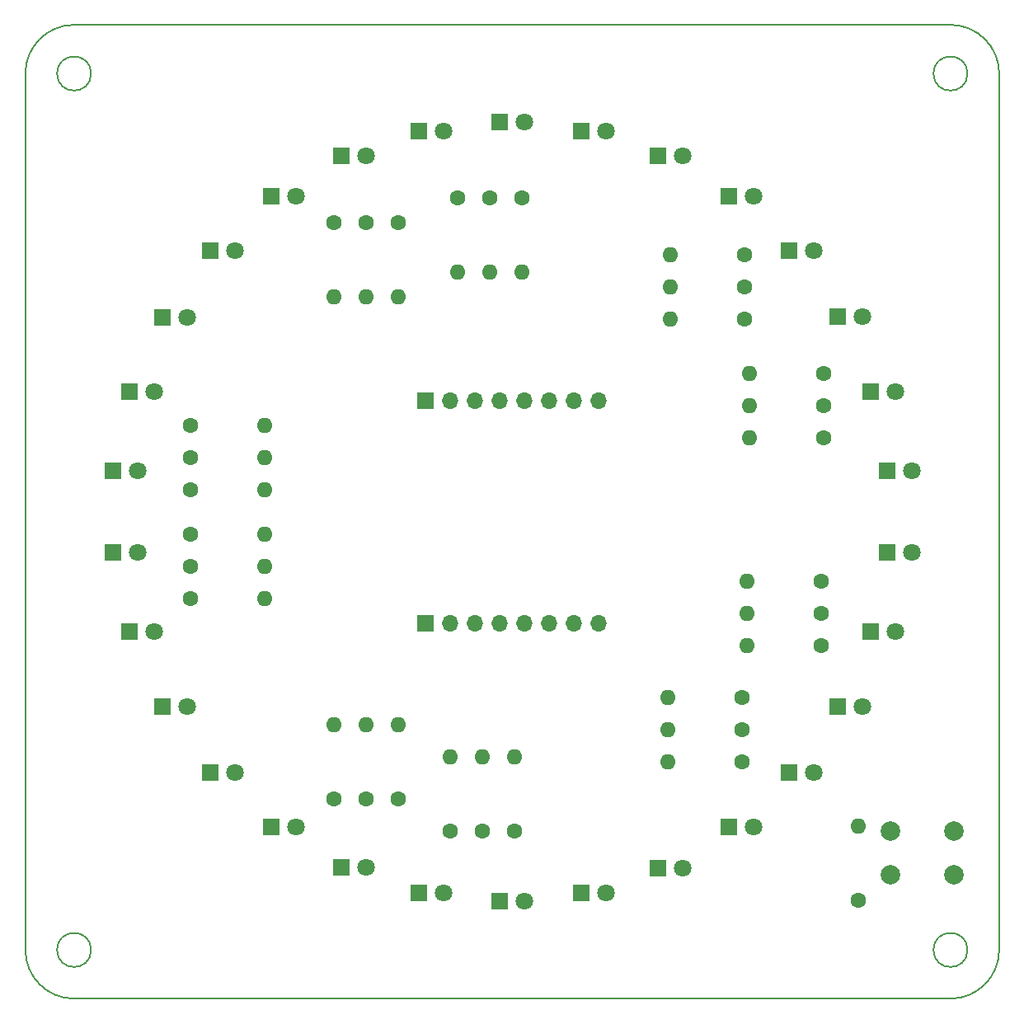
<source format=gbr>
%TF.GenerationSoftware,KiCad,Pcbnew,6.0.2+dfsg-1*%
%TF.CreationDate,2024-09-01T22:19:58+09:00*%
%TF.ProjectId,roulette,726f756c-6574-4746-952e-6b696361645f,A*%
%TF.SameCoordinates,Original*%
%TF.FileFunction,Soldermask,Bot*%
%TF.FilePolarity,Negative*%
%FSLAX46Y46*%
G04 Gerber Fmt 4.6, Leading zero omitted, Abs format (unit mm)*
G04 Created by KiCad (PCBNEW 6.0.2+dfsg-1) date 2024-09-01 22:19:58*
%MOMM*%
%LPD*%
G01*
G04 APERTURE LIST*
%TA.AperFunction,Profile*%
%ADD10C,0.200000*%
%TD*%
%ADD11C,1.600000*%
%ADD12O,1.600000X1.600000*%
%ADD13R,1.800000X1.800000*%
%ADD14C,1.800000*%
%ADD15C,2.000000*%
%ADD16R,1.700000X1.700000*%
%ADD17O,1.700000X1.700000*%
G04 APERTURE END LIST*
D10*
X83750000Y-56600000D02*
G75*
G03*
X83750000Y-56600000I-1750000J0D01*
G01*
X172000000Y-51600000D02*
X82000000Y-51600000D01*
X82000000Y-51600000D02*
G75*
G03*
X77000000Y-56600000I0J-5000000D01*
G01*
X173750000Y-146600000D02*
G75*
G03*
X173750000Y-146600000I-1750000J0D01*
G01*
X172000000Y-151600000D02*
G75*
G03*
X177000000Y-146600000I0J5000000D01*
G01*
X177000000Y-146600000D02*
X177000000Y-56600000D01*
X83750000Y-146600000D02*
G75*
G03*
X83750000Y-146600000I-1750000J0D01*
G01*
X177000000Y-56600000D02*
G75*
G03*
X172000000Y-51600000I-5000000J0D01*
G01*
X173750000Y-56600000D02*
G75*
G03*
X173750000Y-56600000I-1750000J0D01*
G01*
X77000000Y-146600000D02*
X77000000Y-56600000D01*
X77000000Y-146600000D02*
G75*
G03*
X82000000Y-151600000I5000000J0D01*
G01*
X172000000Y-151600000D02*
X82000000Y-151600000D01*
D11*
%TO.C,R31*%
X150876000Y-75184000D03*
D12*
X143256000Y-75184000D03*
%TD*%
D13*
%TO.C,D11*%
X87680800Y-113944400D03*
D14*
X90220800Y-113944400D03*
%TD*%
D13*
%TO.C,D4*%
X109474000Y-65074800D03*
D14*
X112014000Y-65074800D03*
%TD*%
D13*
%TO.C,D10*%
X85953600Y-105765600D03*
D14*
X88493600Y-105765600D03*
%TD*%
D11*
%TO.C,R14*%
X108712000Y-131064000D03*
D12*
X108712000Y-123444000D03*
%TD*%
D13*
%TO.C,D3*%
X117398800Y-62484000D03*
D14*
X119938800Y-62484000D03*
%TD*%
D11*
%TO.C,R10*%
X93980000Y-99314000D03*
D12*
X101600000Y-99314000D03*
%TD*%
D13*
%TO.C,D28*%
X155448000Y-74828400D03*
D14*
X157988000Y-74828400D03*
%TD*%
D11*
%TO.C,R1*%
X162560000Y-141478000D03*
D12*
X162560000Y-133858000D03*
%TD*%
D11*
%TO.C,R29*%
X150876000Y-81788000D03*
D12*
X143256000Y-81788000D03*
%TD*%
D11*
%TO.C,R9*%
X93980000Y-96012000D03*
D12*
X101600000Y-96012000D03*
%TD*%
D13*
%TO.C,D5*%
X102209600Y-69240400D03*
D14*
X104749600Y-69240400D03*
%TD*%
D11*
%TO.C,R22*%
X150622000Y-120650000D03*
D12*
X143002000Y-120650000D03*
%TD*%
D13*
%TO.C,D15*%
X109474000Y-138125200D03*
D14*
X112014000Y-138125200D03*
%TD*%
D11*
%TO.C,R27*%
X159004000Y-90678000D03*
D12*
X151384000Y-90678000D03*
%TD*%
D11*
%TO.C,R25*%
X158750000Y-108712000D03*
D12*
X151130000Y-108712000D03*
%TD*%
D13*
%TO.C,D14*%
X102209600Y-133959600D03*
D14*
X104749600Y-133959600D03*
%TD*%
D13*
%TO.C,D9*%
X85953600Y-97434400D03*
D14*
X88493600Y-97434400D03*
%TD*%
D11*
%TO.C,R30*%
X150876000Y-78486000D03*
D12*
X143256000Y-78486000D03*
%TD*%
D13*
%TO.C,D23*%
X163779200Y-113944400D03*
D14*
X166319200Y-113944400D03*
%TD*%
D11*
%TO.C,R2*%
X128016000Y-69342000D03*
D12*
X128016000Y-76962000D03*
%TD*%
D13*
%TO.C,D2*%
X125730000Y-61595000D03*
D14*
X128270000Y-61595000D03*
%TD*%
D11*
%TO.C,R3*%
X124714000Y-69342000D03*
D12*
X124714000Y-76962000D03*
%TD*%
D11*
%TO.C,R28*%
X159004000Y-87376000D03*
D12*
X151384000Y-87376000D03*
%TD*%
D13*
%TO.C,D1*%
X134056200Y-62484000D03*
D14*
X136596200Y-62484000D03*
%TD*%
D11*
%TO.C,R26*%
X159004000Y-93980000D03*
D12*
X151384000Y-93980000D03*
%TD*%
D13*
%TO.C,D22*%
X160375600Y-121615200D03*
D14*
X162915600Y-121615200D03*
%TD*%
D13*
%TO.C,D27*%
X160375600Y-81584800D03*
D14*
X162915600Y-81584800D03*
%TD*%
D13*
%TO.C,D25*%
X165506400Y-97434400D03*
D14*
X168046400Y-97434400D03*
%TD*%
D11*
%TO.C,R12*%
X93980000Y-107188000D03*
D12*
X101600000Y-107188000D03*
%TD*%
D11*
%TO.C,R7*%
X108712000Y-71882000D03*
D12*
X108712000Y-79502000D03*
%TD*%
D11*
%TO.C,R23*%
X158750000Y-115316000D03*
D12*
X151130000Y-115316000D03*
%TD*%
D11*
%TO.C,R4*%
X121412000Y-69342000D03*
D12*
X121412000Y-76962000D03*
%TD*%
D11*
%TO.C,R6*%
X112014000Y-71882000D03*
D12*
X112014000Y-79502000D03*
%TD*%
D13*
%TO.C,D16*%
X117398800Y-140716000D03*
D14*
X119938800Y-140716000D03*
%TD*%
D11*
%TO.C,R24*%
X158750000Y-112014000D03*
D12*
X151130000Y-112014000D03*
%TD*%
D11*
%TO.C,R16*%
X115316000Y-131064000D03*
D12*
X115316000Y-123444000D03*
%TD*%
D13*
%TO.C,D29*%
X149250400Y-69240400D03*
D14*
X151790400Y-69240400D03*
%TD*%
D13*
%TO.C,D6*%
X96012000Y-74828400D03*
D14*
X98552000Y-74828400D03*
%TD*%
D15*
%TO.C,SW1*%
X172362000Y-134366000D03*
X165862000Y-134366000D03*
X165862000Y-138866000D03*
X172362000Y-138866000D03*
%TD*%
D13*
%TO.C,D12*%
X91084400Y-121615200D03*
D14*
X93624400Y-121615200D03*
%TD*%
D13*
%TO.C,D21*%
X155448000Y-128371600D03*
D14*
X157988000Y-128371600D03*
%TD*%
D13*
%TO.C,D8*%
X87680800Y-89255600D03*
D14*
X90220800Y-89255600D03*
%TD*%
D13*
%TO.C,D13*%
X96012000Y-128371600D03*
D14*
X98552000Y-128371600D03*
%TD*%
D11*
%TO.C,R11*%
X93980000Y-103886000D03*
D12*
X101600000Y-103886000D03*
%TD*%
D11*
%TO.C,R15*%
X112014000Y-131064000D03*
D12*
X112014000Y-123444000D03*
%TD*%
D11*
%TO.C,R20*%
X150622000Y-127254000D03*
D12*
X143002000Y-127254000D03*
%TD*%
D11*
%TO.C,R19*%
X127254000Y-134366000D03*
D12*
X127254000Y-126746000D03*
%TD*%
D13*
%TO.C,D17*%
X125730000Y-141579600D03*
D14*
X128270000Y-141579600D03*
%TD*%
D11*
%TO.C,R17*%
X120650000Y-134366000D03*
D12*
X120650000Y-126746000D03*
%TD*%
D13*
%TO.C,D7*%
X91084400Y-81635600D03*
D14*
X93624400Y-81635600D03*
%TD*%
D13*
%TO.C,D26*%
X163779200Y-89255600D03*
D14*
X166319200Y-89255600D03*
%TD*%
D13*
%TO.C,D18*%
X134061200Y-140716000D03*
D14*
X136601200Y-140716000D03*
%TD*%
D13*
%TO.C,D30*%
X141986000Y-65074800D03*
D14*
X144526000Y-65074800D03*
%TD*%
D11*
%TO.C,R13*%
X93980000Y-110490000D03*
D12*
X101600000Y-110490000D03*
%TD*%
D11*
%TO.C,R18*%
X123952000Y-134366000D03*
D12*
X123952000Y-126746000D03*
%TD*%
D13*
%TO.C,D24*%
X165506400Y-105765600D03*
D14*
X168046400Y-105765600D03*
%TD*%
D11*
%TO.C,R5*%
X115316000Y-71882000D03*
D12*
X115316000Y-79502000D03*
%TD*%
D11*
%TO.C,R21*%
X150622000Y-123952000D03*
D12*
X143002000Y-123952000D03*
%TD*%
D13*
%TO.C,D20*%
X149250400Y-133959600D03*
D14*
X151790400Y-133959600D03*
%TD*%
D11*
%TO.C,R8*%
X93980000Y-92710000D03*
D12*
X101600000Y-92710000D03*
%TD*%
D13*
%TO.C,D19*%
X141986000Y-138176000D03*
D14*
X144526000Y-138176000D03*
%TD*%
D16*
%TO.C,J2*%
X118110000Y-90170000D03*
D17*
X120650000Y-90170000D03*
X123190000Y-90170000D03*
X125730000Y-90170000D03*
X128270000Y-90170000D03*
X130810000Y-90170000D03*
X133350000Y-90170000D03*
X135890000Y-90170000D03*
%TD*%
D16*
%TO.C,J1*%
X118110000Y-113030000D03*
D17*
X120650000Y-113030000D03*
X123190000Y-113030000D03*
X125730000Y-113030000D03*
X128270000Y-113030000D03*
X130810000Y-113030000D03*
X133350000Y-113030000D03*
X135890000Y-113030000D03*
%TD*%
M02*

</source>
